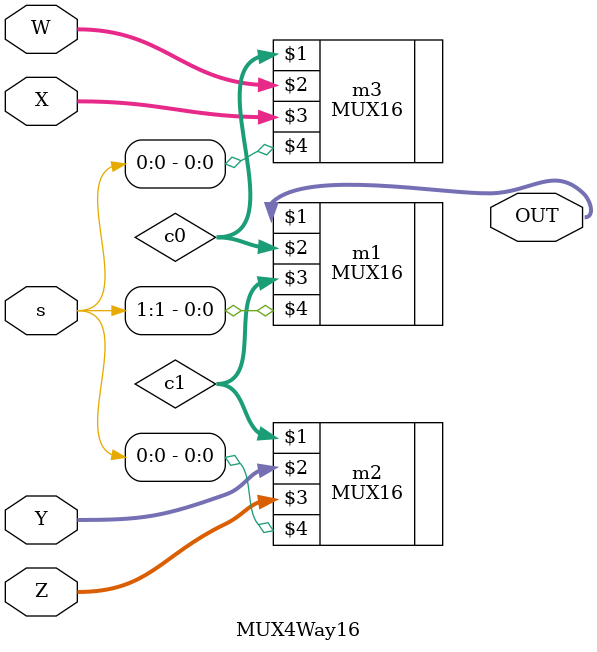
<source format=sv>
`include "MUX16.sv"

module MUX4Way16(
  output [15:0]OUT,
  input [15:0]W,
  input [15:0]X, 
  input [15:0]Y, 
  input [15:0]Z,
  input [1:0]s
);
   
  wire [15:0]c0;
  wire [15:0]c1;
  
  MUX16 m3(c0,  W, X, s[0]);
  MUX16 m2(c1,  Y, Z, s[0]);
  
  MUX16 m1(OUT,  c0,  c1, s[1]);

endmodule
</source>
